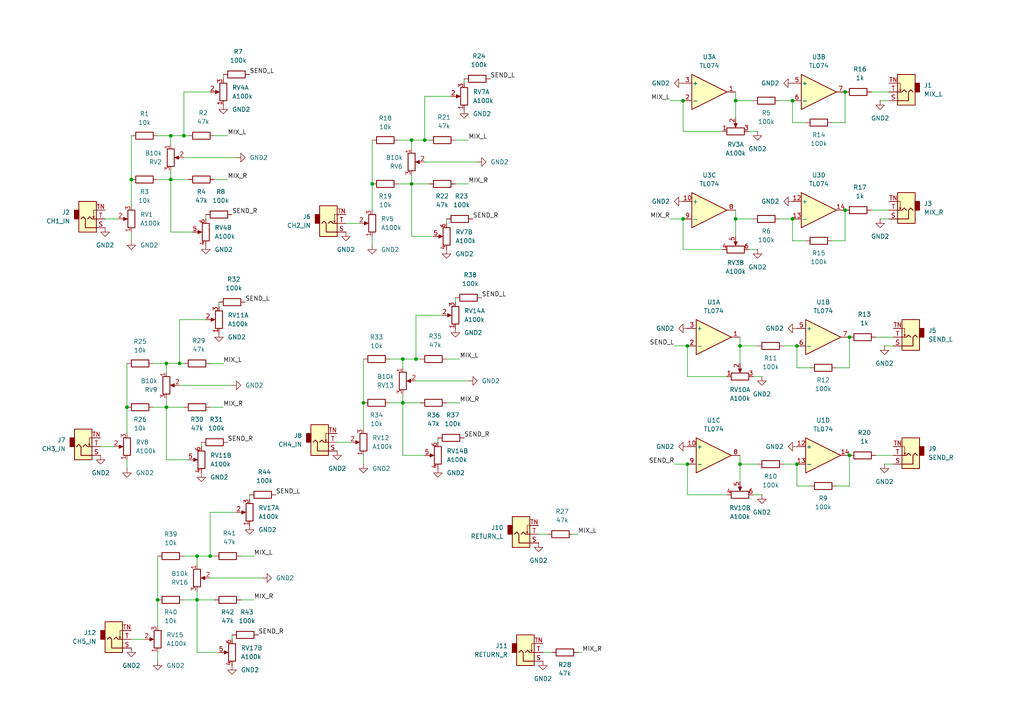
<source format=kicad_sch>
(kicad_sch (version 20231120) (generator "eeschema") (generator_version "8.0")
  (paper "A4")
  (junction (at 213.36 29.21))
  (junction (at 123.19 40.64))
  (junction (at 116.84 104.14))
  (junction (at 107.95 53.34))
  (junction (at 245.11 26.67))
  (junction (at 52.07 105.41))
  (junction (at 229.87 63.5))
  (junction (at 116.84 116.84))
  (junction (at 48.26 105.41))
  (junction (at 45.72 173.99))
  (junction (at 214.63 100.33))
  (junction (at 213.36 63.5))
  (junction (at 49.53 39.37))
  (junction (at 57.15 161.29))
  (junction (at 246.38 97.79))
  (junction (at 38.1 52.07))
  (junction (at 229.87 29.21))
  (junction (at 53.34 39.37))
  (junction (at 60.96 161.29))
  (junction (at 214.63 134.62))
  (junction (at 231.14 134.62))
  (junction (at 120.65 104.14))
  (junction (at 199.39 134.62))
  (junction (at 198.12 29.21))
  (junction (at 48.26 118.11))
  (junction (at 119.38 40.64))
  (junction (at 57.15 173.99))
  (junction (at 246.38 132.08))
  (junction (at 36.83 118.11))
  (junction (at 245.11 60.96))
  (junction (at 199.39 100.33))
  (junction (at 49.53 52.07))
  (junction (at 119.38 53.34))
  (junction (at 198.12 63.5))
  (junction (at 231.14 100.33))
  (junction (at 105.41 116.84))
  (wire (pts (xy 214.63 134.62) (xy 219.71 134.62)))
  (wire (pts (xy 119.38 40.64) (xy 123.19 40.64)))
  (wire (pts (xy 62.23 52.07) (xy 66.04 52.07)))
  (wire (pts (xy 132.08 86.36) (xy 132.08 87.63)))
  (wire (pts (xy 36.83 118.11) (xy 36.83 125.73)))
  (wire (pts (xy 45.72 161.29) (xy 45.72 173.99)))
  (wire (pts (xy 231.14 140.97) (xy 234.95 140.97)))
  (wire (pts (xy 53.34 161.29) (xy 57.15 161.29)))
  (wire (pts (xy 53.34 45.72) (xy 68.58 45.72)))
  (wire (pts (xy 113.03 104.14) (xy 116.84 104.14)))
  (wire (pts (xy 252.73 60.96) (xy 257.81 60.96)))
  (wire (pts (xy 48.26 133.35) (xy 54.61 133.35)))
  (wire (pts (xy 53.34 26.67) (xy 53.34 39.37)))
  (wire (pts (xy 38.1 39.37) (xy 38.1 52.07)))
  (wire (pts (xy 227.33 100.33) (xy 231.14 100.33)))
  (wire (pts (xy 166.37 154.94) (xy 167.64 154.94)))
  (wire (pts (xy 97.79 128.27) (xy 101.6 128.27)))
  (wire (pts (xy 49.53 52.07) (xy 54.61 52.07)))
  (wire (pts (xy 220.98 109.22) (xy 218.44 109.22)))
  (wire (pts (xy 231.14 140.97) (xy 231.14 134.62)))
  (wire (pts (xy 57.15 173.99) (xy 57.15 171.45)))
  (wire (pts (xy 116.84 132.08) (xy 123.19 132.08)))
  (wire (pts (xy 219.71 72.39) (xy 217.17 72.39)))
  (wire (pts (xy 129.54 104.14) (xy 133.35 104.14)))
  (wire (pts (xy 257.81 29.21) (xy 255.27 29.21)))
  (wire (pts (xy 157.48 189.23) (xy 160.02 189.23)))
  (wire (pts (xy 53.34 39.37) (xy 54.61 39.37)))
  (wire (pts (xy 49.53 52.07) (xy 49.53 49.53)))
  (wire (pts (xy 194.31 29.21) (xy 198.12 29.21)))
  (wire (pts (xy 115.57 40.64) (xy 119.38 40.64)))
  (wire (pts (xy 242.57 106.68) (xy 246.38 106.68)))
  (wire (pts (xy 156.21 154.94) (xy 158.75 154.94)))
  (wire (pts (xy 213.36 29.21) (xy 218.44 29.21)))
  (wire (pts (xy 241.3 69.85) (xy 245.11 69.85)))
  (wire (pts (xy 30.48 63.5) (xy 34.29 63.5)))
  (wire (pts (xy 134.62 22.86) (xy 134.62 24.13)))
  (wire (pts (xy 226.06 29.21) (xy 229.87 29.21)))
  (wire (pts (xy 36.83 105.41) (xy 36.83 118.11)))
  (wire (pts (xy 209.55 72.39) (xy 198.12 72.39)))
  (wire (pts (xy 113.03 116.84) (xy 116.84 116.84)))
  (wire (pts (xy 127 127) (xy 127 128.27)))
  (wire (pts (xy 53.34 173.99) (xy 57.15 173.99)))
  (wire (pts (xy 245.11 60.96) (xy 245.11 69.85)))
  (wire (pts (xy 231.14 106.68) (xy 234.95 106.68)))
  (wire (pts (xy 229.87 35.56) (xy 233.68 35.56)))
  (wire (pts (xy 195.58 100.33) (xy 199.39 100.33)))
  (wire (pts (xy 120.65 104.14) (xy 121.92 104.14)))
  (wire (pts (xy 57.15 189.23) (xy 63.5 189.23)))
  (wire (pts (xy 129.54 116.84) (xy 133.35 116.84)))
  (wire (pts (xy 107.95 40.64) (xy 107.95 53.34)))
  (wire (pts (xy 120.65 110.49) (xy 135.89 110.49)))
  (wire (pts (xy 119.38 53.34) (xy 119.38 68.58)))
  (wire (pts (xy 257.81 63.5) (xy 255.27 63.5)))
  (wire (pts (xy 67.31 184.15) (xy 67.31 185.42)))
  (wire (pts (xy 36.83 133.35) (xy 36.83 135.89)))
  (wire (pts (xy 69.85 173.99) (xy 73.66 173.99)))
  (wire (pts (xy 214.63 97.79) (xy 214.63 100.33)))
  (wire (pts (xy 62.23 39.37) (xy 66.04 39.37)))
  (wire (pts (xy 213.36 63.5) (xy 218.44 63.5)))
  (wire (pts (xy 52.07 105.41) (xy 53.34 105.41)))
  (wire (pts (xy 198.12 72.39) (xy 198.12 63.5)))
  (wire (pts (xy 116.84 104.14) (xy 120.65 104.14)))
  (wire (pts (xy 229.87 35.56) (xy 229.87 29.21)))
  (wire (pts (xy 259.08 134.62) (xy 256.54 134.62)))
  (wire (pts (xy 242.57 140.97) (xy 246.38 140.97)))
  (wire (pts (xy 123.19 27.94) (xy 123.19 40.64)))
  (wire (pts (xy 210.82 109.22) (xy 199.39 109.22)))
  (wire (pts (xy 59.69 62.23) (xy 59.69 63.5)))
  (wire (pts (xy 49.53 39.37) (xy 49.53 41.91)))
  (wire (pts (xy 38.1 67.31) (xy 38.1 69.85)))
  (wire (pts (xy 72.39 143.51) (xy 72.39 144.78)))
  (wire (pts (xy 52.07 111.76) (xy 67.31 111.76)))
  (wire (pts (xy 119.38 53.34) (xy 124.46 53.34)))
  (wire (pts (xy 49.53 67.31) (xy 55.88 67.31)))
  (wire (pts (xy 254 132.08) (xy 259.08 132.08)))
  (wire (pts (xy 194.31 63.5) (xy 198.12 63.5)))
  (wire (pts (xy 58.42 128.27) (xy 58.42 129.54)))
  (wire (pts (xy 45.72 173.99) (xy 45.72 181.61)))
  (wire (pts (xy 119.38 53.34) (xy 119.38 50.8)))
  (wire (pts (xy 38.1 52.07) (xy 38.1 59.69)))
  (wire (pts (xy 210.82 143.51) (xy 199.39 143.51)))
  (wire (pts (xy 130.81 27.94) (xy 123.19 27.94)))
  (wire (pts (xy 123.19 40.64) (xy 124.46 40.64)))
  (wire (pts (xy 69.85 161.29) (xy 73.66 161.29)))
  (wire (pts (xy 45.72 52.07) (xy 49.53 52.07)))
  (wire (pts (xy 199.39 143.51) (xy 199.39 134.62)))
  (wire (pts (xy 116.84 116.84) (xy 116.84 114.3)))
  (wire (pts (xy 48.26 105.41) (xy 52.07 105.41)))
  (wire (pts (xy 63.5 87.63) (xy 63.5 88.9)))
  (wire (pts (xy 60.96 161.29) (xy 62.23 161.29)))
  (wire (pts (xy 119.38 68.58) (xy 125.73 68.58)))
  (wire (pts (xy 44.45 105.41) (xy 48.26 105.41)))
  (wire (pts (xy 60.96 167.64) (xy 76.2 167.64)))
  (wire (pts (xy 105.41 116.84) (xy 105.41 124.46)))
  (wire (pts (xy 45.72 189.23) (xy 45.72 191.77)))
  (wire (pts (xy 44.45 118.11) (xy 48.26 118.11)))
  (wire (pts (xy 57.15 173.99) (xy 57.15 189.23)))
  (wire (pts (xy 231.14 106.68) (xy 231.14 100.33)))
  (wire (pts (xy 116.84 116.84) (xy 121.92 116.84)))
  (wire (pts (xy 60.96 105.41) (xy 64.77 105.41)))
  (wire (pts (xy 227.33 134.62) (xy 231.14 134.62)))
  (wire (pts (xy 48.26 118.11) (xy 53.34 118.11)))
  (wire (pts (xy 219.71 38.1) (xy 217.17 38.1)))
  (wire (pts (xy 48.26 118.11) (xy 48.26 133.35)))
  (wire (pts (xy 116.84 104.14) (xy 116.84 106.68)))
  (wire (pts (xy 57.15 173.99) (xy 62.23 173.99)))
  (wire (pts (xy 246.38 132.08) (xy 246.38 140.97)))
  (wire (pts (xy 129.54 63.5) (xy 129.54 64.77)))
  (wire (pts (xy 123.19 46.99) (xy 138.43 46.99)))
  (wire (pts (xy 198.12 38.1) (xy 198.12 29.21)))
  (wire (pts (xy 64.77 21.59) (xy 64.77 22.86)))
  (wire (pts (xy 132.08 40.64) (xy 135.89 40.64)))
  (wire (pts (xy 199.39 109.22) (xy 199.39 100.33)))
  (wire (pts (xy 45.72 39.37) (xy 49.53 39.37)))
  (wire (pts (xy 214.63 132.08) (xy 214.63 134.62)))
  (wire (pts (xy 128.27 91.44) (xy 120.65 91.44)))
  (wire (pts (xy 49.53 39.37) (xy 53.34 39.37)))
  (wire (pts (xy 107.95 68.58) (xy 107.95 71.12)))
  (wire (pts (xy 195.58 134.62) (xy 199.39 134.62)))
  (wire (pts (xy 49.53 52.07) (xy 49.53 67.31)))
  (wire (pts (xy 246.38 97.79) (xy 246.38 106.68)))
  (wire (pts (xy 52.07 92.71) (xy 52.07 105.41)))
  (wire (pts (xy 48.26 118.11) (xy 48.26 115.57)))
  (wire (pts (xy 241.3 35.56) (xy 245.11 35.56)))
  (wire (pts (xy 245.11 26.67) (xy 245.11 35.56)))
  (wire (pts (xy 213.36 26.67) (xy 213.36 29.21)))
  (wire (pts (xy 214.63 100.33) (xy 219.71 100.33)))
  (wire (pts (xy 68.58 148.59) (xy 60.96 148.59)))
  (wire (pts (xy 57.15 161.29) (xy 60.96 161.29)))
  (wire (pts (xy 105.41 104.14) (xy 105.41 116.84)))
  (wire (pts (xy 213.36 29.21) (xy 213.36 34.29)))
  (wire (pts (xy 167.64 189.23) (xy 168.91 189.23)))
  (wire (pts (xy 220.98 143.51) (xy 218.44 143.51)))
  (wire (pts (xy 132.08 53.34) (xy 135.89 53.34)))
  (wire (pts (xy 107.95 53.34) (xy 107.95 60.96)))
  (wire (pts (xy 29.21 129.54) (xy 33.02 129.54)))
  (wire (pts (xy 115.57 53.34) (xy 119.38 53.34)))
  (wire (pts (xy 254 97.79) (xy 259.08 97.79)))
  (wire (pts (xy 259.08 100.33) (xy 256.54 100.33)))
  (wire (pts (xy 229.87 69.85) (xy 229.87 63.5)))
  (wire (pts (xy 105.41 132.08) (xy 105.41 134.62)))
  (wire (pts (xy 214.63 100.33) (xy 214.63 105.41)))
  (wire (pts (xy 213.36 60.96) (xy 213.36 63.5)))
  (wire (pts (xy 229.87 69.85) (xy 233.68 69.85)))
  (wire (pts (xy 60.96 118.11) (xy 64.77 118.11)))
  (wire (pts (xy 119.38 40.64) (xy 119.38 43.18)))
  (wire (pts (xy 100.33 64.77) (xy 104.14 64.77)))
  (wire (pts (xy 59.69 92.71) (xy 52.07 92.71)))
  (wire (pts (xy 226.06 63.5) (xy 229.87 63.5)))
  (wire (pts (xy 60.96 148.59) (xy 60.96 161.29)))
  (wire (pts (xy 120.65 91.44) (xy 120.65 104.14)))
  (wire (pts (xy 116.84 116.84) (xy 116.84 132.08)))
  (wire (pts (xy 38.1 185.42) (xy 41.91 185.42)))
  (wire (pts (xy 209.55 38.1) (xy 198.12 38.1)))
  (wire (pts (xy 57.15 161.29) (xy 57.15 163.83)))
  (wire (pts (xy 48.26 105.41) (xy 48.26 107.95)))
  (wire (pts (xy 214.63 134.62) (xy 214.63 139.7)))
  (wire (pts (xy 213.36 63.5) (xy 213.36 68.58)))
  (wire (pts (xy 60.96 26.67) (xy 53.34 26.67)))
  (wire (pts (xy 252.73 26.67) (xy 257.81 26.67)))
  (label "MIX_L" (at 167.64 154.94 0))
  (label "SEND_R" (at 66.04 128.27 0))
  (label "MIX_R" (at 133.35 116.84 0))
  (label "SEND_R" (at 74.93 184.15 0))
  (label "MIX_R" (at 73.66 173.99 0))
  (label "SEND_R" (at 137.16 63.5 0))
  (label "MIX_R" (at 194.31 63.5 180))
  (label "MIX_L" (at 66.04 39.37 0))
  (label "SEND_R" (at 67.31 62.23 0))
  (label "MIX_L" (at 73.66 161.29 0))
  (label "MIX_L" (at 64.77 105.41 0))
  (label "SEND_R" (at 195.58 134.62 180))
  (label "MIX_R" (at 168.91 189.23 0))
  (label "MIX_R" (at 135.89 53.34 0))
  (label "MIX_L" (at 135.89 40.64 0))
  (label "SEND_L" (at 195.58 100.33 180))
  (label "SEND_L" (at 80.01 143.51 0))
  (label "MIX_R" (at 66.04 52.07 0))
  (label "SEND_L" (at 71.12 87.63 0))
  (label "SEND_L" (at 72.39 21.59 0))
  (label "SEND_L" (at 142.24 22.86 0))
  (label "SEND_L" (at 139.7 86.36 0))
  (label "SEND_R" (at 134.62 127 0))
  (label "MIX_R" (at 64.77 118.11 0))
  (label "MIX_L" (at 194.31 29.21 180))
  (label "MIX_L" (at 133.35 104.14 0))
  (symbol (lib_id "Device:R") (at 58.42 52.07 270) (unit 1)
    (property "Reference" "R4" (at 58.42 55.626 90))
    (property "Value" "47k" (at 58.42 58.166 90))
    (property "Footprint" "Resistor_SMD:R_0603_1608Metric_Pad0.98x0.95mm_HandSolder" (effects (hide yes)))
    (property "Description" "Resistor" (effects (hide yes)))
  )
  (symbol (lib_id "power:GND2") (at 105.41 134.62 0) (unit 1)
    (property "Reference" "#PWR048" (effects (hide yes)))
    (property "Value" "GND2" (at 107.95 135.8899 0) (effects (justify left)))
    (property "Description" "Power symbol creates a global label with name \"GND2\" , ground" (effects (hide yes)))
  )
  (symbol (lib_id "power:GND2") (at 220.98 109.22 0) (unit 1)
    (property "Reference" "#PWR015" (effects (hide yes)))
    (property "Value" "GND2" (at 220.98 114.3 0))
    (property "Description" "Power symbol creates a global label with name \"GND2\" , ground" (effects (hide yes)))
  )
  (symbol (lib_id "Device:R") (at 128.27 40.64 270) (unit 1)
    (property "Reference" "R21" (at 128.778 34.036 90))
    (property "Value" "47k" (at 128.778 36.576 90))
    (property "Footprint" "Resistor_SMD:R_0603_1608Metric_Pad0.98x0.95mm_HandSolder" (effects (hide yes)))
    (property "Description" "Resistor" (effects (hide yes)))
  )
  (symbol (lib_id "Device:R_Potentiometer_Dual_Separate") (at 127 132.08 180) (unit 2)
    (property "Reference" "RV14" (at 129.54 130.8099 0) (effects (justify right)))
    (property "Value" "A100k" (at 129.54 133.3499 0) (effects (justify right)))
    (property "Footprint" "Potentiometer_THT:Potentiometer_Alpha_RD902F-40-00D_Dual_Vertical" (effects (hide yes)))
    (property "Description" "Dual potentiometer, separate units" (effects (hide yes)))
  )
  (symbol (lib_id "Device:R") (at 138.43 22.86 270) (unit 1)
    (property "Reference" "R24" (at 138.938 16.256 90))
    (property "Value" "100k" (at 138.938 18.796 90))
    (property "Footprint" "Resistor_SMD:R_0603_1608Metric_Pad0.98x0.95mm_HandSolder" (effects (hide yes)))
    (property "Description" "Resistor" (effects (hide yes)))
  )
  (symbol (lib_id "power:GND2") (at 68.58 45.72 90) (unit 1)
    (property "Reference" "#PWR04" (effects (hide yes)))
    (property "Value" "GND2" (at 72.39 45.7199 90) (effects (justify right)))
    (property "Description" "Power symbol creates a global label with name \"GND2\" , ground" (effects (hide yes)))
  )
  (symbol (lib_id "power:GND2") (at 58.42 137.16 0) (unit 1)
    (property "Reference" "#PWR044" (effects (hide yes)))
    (property "Value" "GND2" (at 60.96 138.4299 0) (effects (justify left)))
    (property "Description" "Power symbol creates a global label with name \"GND2\" , ground" (effects (hide yes)))
  )
  (symbol (lib_id "Device:R_Potentiometer_Dual_Separate") (at 63.5 92.71 180) (unit 1)
    (property "Reference" "RV11" (at 66.04 91.4399 0) (effects (justify right)))
    (property "Value" "A100k" (at 66.04 93.9799 0) (effects (justify right)))
    (property "Footprint" "Potentiometer_THT:Potentiometer_Alpha_RD902F-40-00D_Dual_Vertical" (effects (hide yes)))
    (property "Description" "Dual potentiometer, separate units" (effects (hide yes)))
  )
  (symbol (lib_id "power:GND2") (at 255.27 29.21 0) (unit 1)
    (property "Reference" "#PWR022" (effects (hide yes)))
    (property "Value" "GND2" (at 255.27 34.29 0))
    (property "Description" "Power symbol creates a global label with name \"GND2\" , ground" (effects (hide yes)))
  )
  (symbol (lib_id "KitsBlips:TL074") (at 238.76 97.79 0) (unit 2)
    (property "Reference" "U1" (at 238.76 87.63 0))
    (property "Value" "TL074" (at 238.76 90.17 0))
    (property "Footprint" "Package_SO:SSOP-14_5.3x6.2mm_P0.65mm" (effects (hide yes)))
    (property "Datasheet" "http://www.ti.com/lit/ds/symlink/tl071.pdf" (effects (hide yes)))
    (property "Description" "Quad Low-Noise JFET-Input Operational Amplifiers, DIP-14/SOIC-14" (effects (hide yes)))
  )
  (symbol (lib_id "Device:R") (at 41.91 39.37 270) (unit 1)
    (property "Reference" "R1" (at 41.91 33.02 90))
    (property "Value" "10k" (at 41.91 35.56 90))
    (property "Footprint" "Resistor_SMD:R_0603_1608Metric_Pad0.98x0.95mm_HandSolder" (effects (hide yes)))
    (property "Description" "Resistor" (effects (hide yes)))
  )
  (symbol (lib_id "Device:R_Potentiometer_Dual_Separate") (at 213.36 38.1 90) (unit 1)
    (property "Reference" "RV3" (at 213.36 41.91 90))
    (property "Value" "A100k" (at 213.36 44.45 90))
    (property "Footprint" "Potentiometer_THT:Potentiometer_Alpha_RD902F-40-00D_Dual_Vertical" (effects (hide yes)))
    (property "Description" "Dual potentiometer, separate units" (effects (hide yes)))
  )
  (symbol (lib_id "KitsBlips:TL074") (at 238.76 132.08 0) (unit 4)
    (property "Reference" "U1" (at 238.76 121.92 0))
    (property "Value" "TL074" (at 238.76 124.46 0))
    (property "Footprint" "Package_SO:SSOP-14_5.3x6.2mm_P0.65mm" (effects (hide yes)))
    (property "Datasheet" "http://www.ti.com/lit/ds/symlink/tl071.pdf" (effects (hide yes)))
    (property "Description" "Quad Low-Noise JFET-Input Operational Amplifiers, DIP-14/SOIC-14" (effects (hide yes)))
  )
  (symbol (lib_id "power:GND2") (at 76.2 167.64 90) (unit 1)
    (property "Reference" "#PWR059" (effects (hide yes)))
    (property "Value" "GND2" (at 80.01 167.6399 90) (effects (justify right)))
    (property "Description" "Power symbol creates a global label with name \"GND2\" , ground" (effects (hide yes)))
  )
  (symbol (lib_id "Device:R") (at 66.04 161.29 270) (unit 1)
    (property "Reference" "R41" (at 66.548 154.686 90))
    (property "Value" "47k" (at 66.548 157.226 90))
    (property "Footprint" "Resistor_SMD:R_0603_1608Metric_Pad0.98x0.95mm_HandSolder" (effects (hide yes)))
    (property "Description" "Resistor" (effects (hide yes)))
  )
  (symbol (lib_id "Device:R") (at 40.64 118.11 270) (unit 1)
    (property "Reference" "R26" (at 40.64 121.666 90))
    (property "Value" "10k" (at 40.64 124.206 90))
    (property "Footprint" "Resistor_SMD:R_0603_1608Metric_Pad0.98x0.95mm_HandSolder" (effects (hide yes)))
    (property "Description" "Resistor" (effects (hide yes)))
  )
  (symbol (lib_id "Device:R") (at 250.19 132.08 270) (unit 1)
    (property "Reference" "R20" (at 250.698 125.476 90))
    (property "Value" "1k" (at 250.698 128.016 90))
    (property "Footprint" "Resistor_SMD:R_0603_1608Metric_Pad0.98x0.95mm_HandSolder" (effects (hide yes)))
    (property "Description" "Resistor" (effects (hide yes)))
  )
  (symbol (lib_id "power:GND2") (at 219.71 38.1 0) (unit 1)
    (property "Reference" "#PWR011" (effects (hide yes)))
    (property "Value" "GND2" (at 219.71 43.18 0))
    (property "Description" "Power symbol creates a global label with name \"GND2\" , ground" (effects (hide yes)))
  )
  (symbol (lib_id "Device:R") (at 237.49 69.85 270) (unit 1)
    (property "Reference" "R15" (at 237.49 73.406 90))
    (property "Value" "100k" (at 237.49 75.946 90))
    (property "Footprint" "Resistor_SMD:R_0603_1608Metric_Pad0.98x0.95mm_HandSolder" (effects (hide yes)))
    (property "Description" "Resistor" (effects (hide yes)))
  )
  (symbol (lib_id "power:GND2") (at 67.31 111.76 90) (unit 1)
    (property "Reference" "#PWR046" (effects (hide yes)))
    (property "Value" "GND2" (at 71.12 111.7599 90) (effects (justify right)))
    (property "Description" "Power symbol creates a global label with name \"GND2\" , ground" (effects (hide yes)))
  )
  (symbol (lib_id "power:GND2") (at 199.39 95.25 270) (unit 1)
    (property "Reference" "#PWR014" (effects (hide yes)))
    (property "Value" "GND2" (at 195.58 95.2499 90) (effects (justify right)))
    (property "Description" "Power symbol creates a global label with name \"GND2\" , ground" (effects (hide yes)))
  )
  (symbol (lib_id "KitsBlips:TL074") (at 237.49 60.96 0) (unit 4)
    (property "Reference" "U3" (at 237.49 50.8 0))
    (property "Value" "TL074" (at 237.49 53.34 0))
    (property "Footprint" "Package_SO:SSOP-14_5.3x6.2mm_P0.65mm" (effects (hide yes)))
    (property "Datasheet" "http://www.ti.com/lit/ds/symlink/tl071.pdf" (effects (hide yes)))
    (property "Description" "Quad Low-Noise JFET-Input Operational Amplifiers, DIP-14/SOIC-14" (effects (hide yes)))
  )
  (symbol (lib_id "Device:R_Potentiometer") (at 45.72 185.42 180) (unit 1)
    (property "Reference" "RV15" (at 48.26 184.1499 0) (effects (justify right)))
    (property "Value" "A100k" (at 48.26 186.6899 0) (effects (justify right)))
    (property "Footprint" "Potentiometer_THT:Potentiometer_Alpha_RD901F-40-00D_Single_Vertical" (effects (hide yes)))
    (property "Description" "Potentiometer" (effects (hide yes)))
  )
  (symbol (lib_id "Device:R") (at 67.31 87.63 270) (unit 1)
    (property "Reference" "R32" (at 67.818 81.026 90))
    (property "Value" "100k" (at 67.818 83.566 90))
    (property "Footprint" "Resistor_SMD:R_0603_1608Metric_Pad0.98x0.95mm_HandSolder" (effects (hide yes)))
    (property "Description" "Resistor" (effects (hide yes)))
  )
  (symbol (lib_id "Device:R_Potentiometer_Dual_Separate") (at 72.39 148.59 180) (unit 1)
    (property "Reference" "RV17" (at 74.93 147.3199 0) (effects (justify right)))
    (property "Value" "A100k" (at 74.93 149.8599 0) (effects (justify right)))
    (property "Footprint" "Potentiometer_THT:Potentiometer_Alpha_RD902F-40-00D_Dual_Vertical" (effects (hide yes)))
    (property "Description" "Dual potentiometer, separate units" (effects (hide yes)))
  )
  (symbol (lib_id "power:GND2") (at 256.54 100.33 0) (unit 1)
    (property "Reference" "#PWR017" (effects (hide yes)))
    (property "Value" "GND2" (at 256.54 105.41 0))
    (property "Description" "Power symbol creates a global label with name \"GND2\" , ground" (effects (hide yes)))
  )
  (symbol (lib_id "Device:R_Potentiometer_Dual_Separate") (at 58.42 133.35 180) (unit 2)
    (property "Reference" "RV11" (at 60.96 132.0799 0) (effects (justify right)))
    (property "Value" "A100k" (at 60.96 134.6199 0) (effects (justify right)))
    (property "Footprint" "Potentiometer_THT:Potentiometer_Alpha_RD902F-40-00D_Dual_Vertical" (effects (hide yes)))
    (property "Description" "Dual potentiometer, separate units" (effects (hide yes)))
  )
  (symbol (lib_id "Device:R") (at 109.22 116.84 270) (unit 1)
    (property "Reference" "R34" (at 109.22 120.396 90))
    (property "Value" "10k" (at 109.22 122.936 90))
    (property "Footprint" "Resistor_SMD:R_0603_1608Metric_Pad0.98x0.95mm_HandSolder" (effects (hide yes)))
    (property "Description" "Resistor" (effects (hide yes)))
  )
  (symbol (lib_id "Device:R_Potentiometer_Dual_Separate") (at 132.08 91.44 180) (unit 1)
    (property "Reference" "RV14" (at 134.62 90.1699 0) (effects (justify right)))
    (property "Value" "A100k" (at 134.62 92.7099 0) (effects (justify right)))
    (property "Footprint" "Potentiometer_THT:Potentiometer_Alpha_RD902F-40-00D_Dual_Vertical" (effects (hide yes)))
    (property "Description" "Dual potentiometer, separate units" (effects (hide yes)))
  )
  (symbol (lib_id "Device:R") (at 223.52 100.33 270) (unit 1)
    (property "Reference" "R11" (at 223.52 103.886 90))
    (property "Value" "100k" (at 223.52 106.426 90))
    (property "Footprint" "Resistor_SMD:R_0603_1608Metric_Pad0.98x0.95mm_HandSolder" (effects (hide yes)))
    (property "Description" "Resistor" (effects (hide yes)))
  )
  (symbol (lib_id "Device:R_Potentiometer_Dual_Separate") (at 129.54 68.58 180) (unit 2)
    (property "Reference" "RV7" (at 132.08 67.3099 0) (effects (justify right)))
    (property "Value" "A100k" (at 132.08 69.8499 0) (effects (justify right)))
    (property "Footprint" "Potentiometer_THT:Potentiometer_Alpha_RD902F-40-00D_Dual_Vertical" (effects (hide yes)))
    (property "Description" "Dual potentiometer, separate units" (effects (hide yes)))
  )
  (symbol (lib_id "power:GND2") (at 231.14 129.54 270) (unit 1)
    (property "Reference" "#PWR013" (effects (hide yes)))
    (property "Value" "GND2" (at 227.33 129.5399 90) (effects (justify right)))
    (property "Description" "Power symbol creates a global label with name \"GND2\" , ground" (effects (hide yes)))
  )
  (symbol (lib_id "Device:R") (at 57.15 105.41 270) (unit 1)
    (property "Reference" "R29" (at 57.658 98.806 90))
    (property "Value" "47k" (at 57.658 101.346 90))
    (property "Footprint" "Resistor_SMD:R_0603_1608Metric_Pad0.98x0.95mm_HandSolder" (effects (hide yes)))
    (property "Description" "Resistor" (effects (hide yes)))
  )
  (symbol (lib_id "power:GND2") (at 198.12 24.13 270) (unit 1)
    (property "Reference" "#PWR05" (effects (hide yes)))
    (property "Value" "GND2" (at 194.31 24.1299 90) (effects (justify right)))
    (property "Description" "Power symbol creates a global label with name \"GND2\" , ground" (effects (hide yes)))
  )
  (symbol (lib_id "Device:R_Potentiometer_Dual_Separate") (at 214.63 109.22 90) (unit 1)
    (property "Reference" "RV10" (at 214.63 113.03 90))
    (property "Value" "A100k" (at 214.63 115.57 90))
    (property "Footprint" "Potentiometer_THT:Potentiometer_Alpha_RD902F-40-00D_Dual_Vertical" (effects (hide yes)))
    (property "Description" "Dual potentiometer, separate units" (effects (hide yes)))
  )
  (symbol (lib_id "power:GND2") (at 135.89 110.49 90) (unit 1)
    (property "Reference" "#PWR053" (effects (hide yes)))
    (property "Value" "GND2" (at 139.7 110.4899 90) (effects (justify right)))
    (property "Description" "Power symbol creates a global label with name \"GND2\" , ground" (effects (hide yes)))
  )
  (symbol (lib_id "Device:R_Potentiometer") (at 107.95 64.77 180) (unit 1)
    (property "Reference" "RV5" (at 110.49 63.4999 0) (effects (justify right)))
    (property "Value" "A100k" (at 110.49 66.0399 0) (effects (justify right)))
    (property "Footprint" "Potentiometer_THT:Potentiometer_Alpha_RD901F-40-00D_Single_Vertical" (effects (hide yes)))
    (property "Description" "Potentiometer" (effects (hide yes)))
  )
  (symbol (lib_id "Device:R") (at 76.2 143.51 270) (unit 1)
    (property "Reference" "R44" (at 76.708 136.906 90))
    (property "Value" "100k" (at 76.708 139.446 90))
    (property "Footprint" "Resistor_SMD:R_0603_1608Metric_Pad0.98x0.95mm_HandSolder" (effects (hide yes)))
    (property "Description" "Resistor" (effects (hide yes)))
  )
  (symbol (lib_id "Device:R") (at 163.83 189.23 270) (unit 1)
    (property "Reference" "R28" (at 163.83 192.786 90))
    (property "Value" "47k" (at 163.83 195.326 90))
    (property "Footprint" "Resistor_SMD:R_0603_1608Metric_Pad0.98x0.95mm_HandSolder" (effects (hide yes)))
    (property "Description" "Resistor" (effects (hide yes)))
  )
  (symbol (lib_id "Device:R") (at 250.19 97.79 270) (unit 1)
    (property "Reference" "R13" (at 250.698 91.186 90))
    (property "Value" "1k" (at 250.698 93.726 90))
    (property "Footprint" "Resistor_SMD:R_0603_1608Metric_Pad0.98x0.95mm_HandSolder" (effects (hide yes)))
    (property "Description" "Resistor" (effects (hide yes)))
  )
  (symbol (lib_id "power:GND2") (at 255.27 63.5 0) (unit 1)
    (property "Reference" "#PWR028" (effects (hide yes)))
    (property "Value" "GND2" (at 255.27 68.58 0))
    (property "Description" "Power symbol creates a global label with name \"GND2\" , ground" (effects (hide yes)))
  )
  (symbol (lib_id "Device:R_Potentiometer") (at 36.83 129.54 180) (unit 1)
    (property "Reference" "RV8" (at 39.37 128.2699 0) (effects (justify right)))
    (property "Value" "A100k" (at 39.37 130.8099 0) (effects (justify right)))
    (property "Footprint" "Potentiometer_THT:Potentiometer_Alpha_RD901F-40-00D_Single_Vertical" (effects (hide yes)))
    (property "Description" "Potentiometer" (effects (hide yes)))
  )
  (symbol (lib_id "Connector_Audio:AudioJack2_SwitchT") (at 152.4 189.23 0) (mirror x) (unit 1)
    (property "Reference" "J11" (at 147.32 187.3249 0) (effects (justify right)))
    (property "Value" "RETURN_R" (at 147.32 189.8649 0) (effects (justify right)))
    (property "Footprint" "Connector_Audio:Jack_3.5mm_QingPu_WQP-PJ398SM_Vertical_CircularHoles" (effects (hide yes)))
    (property "Description" "Audio Jack, 2 Poles (Mono / TS), Switched T Pole (Normalling)" (effects (hide yes)))
  )
  (symbol (lib_id "Device:R") (at 238.76 106.68 270) (unit 1)
    (property "Reference" "R12" (at 238.76 110.236 90))
    (property "Value" "100k" (at 238.76 112.776 90))
    (property "Footprint" "Resistor_SMD:R_0603_1608Metric_Pad0.98x0.95mm_HandSolder" (effects (hide yes)))
    (property "Description" "Resistor" (effects (hide yes)))
  )
  (symbol (lib_id "power:GND2") (at 59.69 71.12 0) (unit 1)
    (property "Reference" "#PWR09" (effects (hide yes)))
    (property "Value" "GND2" (at 62.23 72.3899 0) (effects (justify left)))
    (property "Description" "Power symbol creates a global label with name \"GND2\" , ground" (effects (hide yes)))
  )
  (symbol (lib_id "power:GND2") (at 64.77 30.48 0) (unit 1)
    (property "Reference" "#PWR010" (effects (hide yes)))
    (property "Value" "GND2" (at 67.31 31.7499 0) (effects (justify left)))
    (property "Description" "Power symbol creates a global label with name \"GND2\" , ground" (effects (hide yes)))
  )
  (symbol (lib_id "KitsBlips:TL074") (at 207.01 132.08 0) (unit 3)
    (property "Reference" "U1" (at 207.01 121.92 0))
    (property "Value" "TL074" (at 207.01 124.46 0))
    (property "Footprint" "Package_SO:SSOP-14_5.3x6.2mm_P0.65mm" (effects (hide yes)))
    (property "Datasheet" "http://www.ti.com/lit/ds/symlink/tl071.pdf" (effects (hide yes)))
    (property "Description" "Quad Low-Noise JFET-Input Operational Amplifiers, DIP-14/SOIC-14" (effects (hide yes)))
  )
  (symbol (lib_id "power:GND2") (at 67.31 193.04 0) (unit 1)
    (property "Reference" "#PWR057" (effects (hide yes)))
    (property "Value" "GND2" (at 69.85 194.3099 0) (effects (justify left)))
    (property "Description" "Power symbol creates a global label with name \"GND2\" , ground" (effects (hide yes)))
  )
  (symbol (lib_id "power:GND2") (at 107.95 71.12 0) (unit 1)
    (property "Reference" "#PWR038" (effects (hide yes)))
    (property "Value" "GND2" (at 110.49 72.3899 0) (effects (justify left)))
    (property "Description" "Power symbol creates a global label with name \"GND2\" , ground" (effects (hide yes)))
  )
  (symbol (lib_id "Device:R_Potentiometer") (at 57.15 167.64 0) (unit 1)
    (property "Reference" "RV16" (at 54.61 168.9101 0) (effects (justify right)))
    (property "Value" "B10k" (at 54.61 166.3701 0) (effects (justify right)))
    (property "Footprint" "Potentiometer_THT:Potentiometer_Alpha_RD901F-40-00D_Single_Vertical" (effects (hide yes)))
    (property "Description" "Potentiometer" (effects (hide yes)))
  )
  (symbol (lib_id "KitsBlips:TL074") (at 207.01 97.79 0) (unit 1)
    (property "Reference" "U1" (at 207.01 87.63 0))
    (property "Value" "TL074" (at 207.01 90.17 0))
    (property "Footprint" "Package_SO:SSOP-14_5.3x6.2mm_P0.65mm" (effects (hide yes)))
    (property "Datasheet" "http://www.ti.com/lit/ds/symlink/tl071.pdf" (effects (hide yes)))
    (property "Description" "Quad Low-Noise JFET-Input Operational Amplifiers, DIP-14/SOIC-14" (effects (hide yes)))
  )
  (symbol (lib_id "Device:R") (at 248.92 60.96 270) (unit 1)
    (property "Reference" "R17" (at 249.428 54.356 90))
    (property "Value" "1k" (at 249.428 56.896 90))
    (property "Footprint" "Resistor_SMD:R_0603_1608Metric_Pad0.98x0.95mm_HandSolder" (effects (hide yes)))
    (property "Description" "Resistor" (effects (hide yes)))
  )
  (symbol (lib_id "Device:R_Potentiometer_Dual_Separate") (at 67.31 189.23 180) (unit 2)
    (property "Reference" "RV17" (at 69.85 187.9599 0) (effects (justify right)))
    (property "Value" "A100k" (at 69.85 190.4999 0) (effects (justify right)))
    (property "Footprint" "Potentiometer_THT:Potentiometer_Alpha_RD902F-40-00D_Dual_Vertical" (effects (hide yes)))
    (property "Description" "Dual potentiometer, separate units" (effects (hide yes)))
  )
  (symbol (lib_id "Device:R") (at 248.92 26.67 270) (unit 1)
    (property "Reference" "R16" (at 249.428 20.066 90))
    (property "Value" "1k" (at 249.428 22.606 90))
    (property "Footprint" "Resistor_SMD:R_0603_1608Metric_Pad0.98x0.95mm_HandSolder" (effects (hide yes)))
    (property "Description" "Resistor" (effects (hide yes)))
  )
  (symbol (lib_id "Connector_Audio:AudioJack2_SwitchT") (at 264.16 132.08 180) (unit 1)
    (property "Reference" "J9" (at 269.24 130.1749 0) (effects (justify right)))
    (property "Value" "SEND_R" (at 269.24 132.7149 0) (effects (justify right)))
    (property "Footprint" "Connector_Audio:Jack_3.5mm_QingPu_WQP-PJ398SM_Vertical_CircularHoles" (effects (hide yes)))
    (property "Description" "Audio Jack, 2 Poles (Mono / TS), Switched T Pole (Normalling)" (effects (hide yes)))
  )
  (symbol (lib_id "power:GND2") (at 134.62 31.75 0) (unit 1)
    (property "Reference" "#PWR040" (effects (hide yes)))
    (property "Value" "GND2" (at 137.16 33.0199 0) (effects (justify left)))
    (property "Description" "Power symbol creates a global label with name \"GND2\" , ground" (effects (hide yes)))
  )
  (symbol (lib_id "Connector_Audio:AudioJack2_SwitchT") (at 262.89 60.96 180) (unit 1)
    (property "Reference" "J3" (at 267.97 59.0549 0) (effects (justify right)))
    (property "Value" "MIX_R" (at 267.97 61.5949 0) (effects (justify right)))
    (property "Footprint" "Connector_Audio:Jack_3.5mm_QingPu_WQP-PJ398SM_Vertical_CircularHoles" (effects (hide yes)))
    (property "Description" "Audio Jack, 2 Poles (Mono / TS), Switched T Pole (Normalling)" (effects (hide yes)))
  )
  (symbol (lib_id "Device:R") (at 66.04 173.99 270) (unit 1)
    (property "Reference" "R42" (at 66.04 177.546 90))
    (property "Value" "47k" (at 66.04 180.086 90))
    (property "Footprint" "Resistor_SMD:R_0603_1608Metric_Pad0.98x0.95mm_HandSolder" (effects (hide yes)))
    (property "Description" "Resistor" (effects (hide yes)))
  )
  (symbol (lib_id "power:GND2") (at 30.48 66.04 0) (unit 1)
    (property "Reference" "#PWR08" (effects (hide yes)))
    (property "Value" "GND2" (at 30.48 71.12 0))
    (property "Description" "Power symbol creates a global label with name \"GND2\" , ground" (effects (hide yes)))
  )
  (symbol (lib_id "Connector_Audio:AudioJack2_SwitchT") (at 33.02 185.42 0) (mirror x) (unit 1)
    (property "Reference" "J12" (at 27.94 183.5149 0) (effects (justify right)))
    (property "Value" "CH5_IN" (at 27.94 186.0549 0) (effects (justify right)))
    (property "Footprint" "Connector_Audio:Jack_3.5mm_QingPu_WQP-PJ398SM_Vertical_CircularHoles" (effects (hide yes)))
    (property "Description" "Audio Jack, 2 Poles (Mono / TS), Switched T Pole (Normalling)" (effects (hide yes)))
  )
  (symbol (lib_id "Device:R") (at 49.53 173.99 270) (unit 1)
    (property "Reference" "R40" (at 49.53 177.546 90))
    (property "Value" "10k" (at 49.53 180.086 90))
    (property "Footprint" "Resistor_SMD:R_0603_1608Metric_Pad0.98x0.95mm_HandSolder" (effects (hide yes)))
    (property "Description" "Resistor" (effects (hide yes)))
  )
  (symbol (lib_id "power:GND2") (at 199.39 129.54 270) (unit 1)
    (property "Reference" "#PWR021" (effects (hide yes)))
    (property "Value" "GND2" (at 195.58 129.5399 90) (effects (justify right)))
    (property "Description" "Power symbol creates a global label with name \"GND2\" , ground" (effects (hide yes)))
  )
  (symbol (lib_id "Device:R") (at 130.81 127 270) (unit 1)
    (property "Reference" "R37" (at 131.318 120.396 90))
    (property "Value" "100k" (at 131.318 122.936 90))
    (property "Footprint" "Resistor_SMD:R_0603_1608Metric_Pad0.98x0.95mm_HandSolder" (effects (hide yes)))
    (property "Description" "Resistor" (effects (hide yes)))
  )
  (symbol (lib_id "Device:R_Potentiometer") (at 116.84 110.49 0) (unit 1)
    (property "Reference" "RV13" (at 114.3 111.7601 0) (effects (justify right)))
    (property "Value" "B10k" (at 114.3 109.2201 0) (effects (justify right)))
    (property "Footprint" "Potentiometer_THT:Potentiometer_Alpha_RD901F-40-00D_Single_Vertical" (effects (hide yes)))
    (property "Description" "Potentiometer" (effects (hide yes)))
  )
  (symbol (lib_id "Device:R") (at 238.76 140.97 270) (unit 1)
    (property "Reference" "R9" (at 238.76 144.526 90))
    (property "Value" "100k" (at 238.76 147.066 90))
    (property "Footprint" "Resistor_SMD:R_0603_1608Metric_Pad0.98x0.95mm_HandSolder" (effects (hide yes)))
    (property "Description" "Resistor" (effects (hide yes)))
  )
  (symbol (lib_id "power:GND2") (at 198.12 58.42 270) (unit 1)
    (property "Reference" "#PWR07" (effects (hide yes)))
    (property "Value" "GND2" (at 194.31 58.4199 90) (effects (justify right)))
    (property "Description" "Power symbol creates a global label with name \"GND2\" , ground" (effects (hide yes)))
  )
  (symbol (lib_id "Device:R") (at 135.89 86.36 270) (unit 1)
    (property "Reference" "R38" (at 136.398 79.756 90))
    (property "Value" "100k" (at 136.398 82.296 90))
    (property "Footprint" "Resistor_SMD:R_0603_1608Metric_Pad0.98x0.95mm_HandSolder" (effects (hide yes)))
    (property "Description" "Resistor" (effects (hide yes)))
  )
  (symbol (lib_id "Device:R") (at 57.15 118.11 270) (unit 1)
    (property "Reference" "R30" (at 57.15 121.666 90))
    (property "Value" "47k" (at 57.15 124.206 90))
    (property "Footprint" "Resistor_SMD:R_0603_1608Metric_Pad0.98x0.95mm_HandSolder" (effects (hide yes)))
    (property "Description" "Resistor" (effects (hide yes)))
  )
  (symbol (lib_id "Connector_Audio:AudioJack2_SwitchT") (at 264.16 97.79 180) (unit 1)
    (property "Reference" "J5" (at 269.24 95.8849 0) (effects (justify right)))
    (property "Value" "SEND_L" (at 269.24 98.4249 0) (effects (justify right)))
    (property "Footprint" "Connector_Audio:Jack_3.5mm_QingPu_WQP-PJ398SM_Vertical_CircularHoles" (effects (hide yes)))
    (property "Description" "Audio Jack, 2 Poles (Mono / TS), Switched T Pole (Normalling)" (effects (hide yes)))
  )
  (symbol (lib_id "Device:R_Potentiometer_Dual_Separate") (at 214.63 143.51 90) (unit 2)
    (property "Reference" "RV10" (at 214.63 147.32 90))
    (property "Value" "A100k" (at 214.63 149.86 90))
    (property "Footprint" "Potentiometer_THT:Potentiometer_Alpha_RD902F-40-00D_Dual_Vertical" (effects (hide yes)))
    (property "Description" "Dual potentiometer, separate units" (effects (hide yes)))
  )
  (symbol (lib_id "power:GND2") (at 256.54 134.62 0) (unit 1)
    (property "Reference" "#PWR018" (effects (hide yes)))
    (property "Value" "GND2" (at 256.54 139.7 0))
    (property "Description" "Power symbol creates a global label with name \"GND2\" , ground" (effects (hide yes)))
  )
  (symbol (lib_id "power:GND2") (at 138.43 46.99 90) (unit 1)
    (property "Reference" "#PWR041" (effects (hide yes)))
    (property "Value" "GND2" (at 142.24 46.9899 90) (effects (justify right)))
    (property "Description" "Power symbol creates a global label with name \"GND2\" , ground" (effects (hide yes)))
  )
  (symbol (lib_id "Device:R") (at 162.56 154.94 270) (unit 1)
    (property "Reference" "R27" (at 163.068 148.336 90))
    (property "Value" "47k" (at 163.068 150.876 90))
    (property "Footprint" "Resistor_SMD:R_0603_1608Metric_Pad0.98x0.95mm_HandSolder" (effects (hide yes)))
    (property "Description" "Resistor" (effects (hide yes)))
  )
  (symbol (lib_id "Device:R") (at 111.76 53.34 270) (unit 1)
    (property "Reference" "R19" (at 111.76 56.896 90))
    (property "Value" "10k" (at 111.76 59.436 90))
    (property "Footprint" "Resistor_SMD:R_0603_1608Metric_Pad0.98x0.95mm_HandSolder" (effects (hide yes)))
    (property "Description" "Resistor" (effects (hide yes)))
  )
  (symbol (lib_id "Device:R") (at 109.22 104.14 270) (unit 1)
    (property "Reference" "R33" (at 109.22 97.79 90))
    (property "Value" "10k" (at 109.22 100.33 90))
    (property "Footprint" "Resistor_SMD:R_0603_1608Metric_Pad0.98x0.95mm_HandSolder" (effects (hide yes)))
    (property "Description" "Resistor" (effects (hide yes)))
  )
  (symbol (lib_id "Device:R") (at 222.25 63.5 270) (unit 1)
    (property "Reference" "R6" (at 222.25 67.056 90))
    (property "Value" "100k" (at 222.25 69.596 90))
    (property "Footprint" "Resistor_SMD:R_0603_1608Metric_Pad0.98x0.95mm_HandSolder" (effects (hide yes)))
    (property "Description" "Resistor" (effects (hide yes)))
  )
  (symbol (lib_id "Device:R_Potentiometer") (at 48.26 111.76 0) (unit 1)
    (property "Reference" "RV9" (at 45.72 113.0301 0) (effects (justify right)))
    (property "Value" "B10k" (at 45.72 110.4901 0) (effects (justify right)))
    (property "Footprint" "Potentiometer_THT:Potentiometer_Alpha_RD901F-40-00D_Single_Vertical" (effects (hide yes)))
    (property "Description" "Potentiometer" (effects (hide yes)))
  )
  (symbol (lib_id "Device:R_Potentiometer") (at 119.38 46.99 0) (unit 1)
    (property "Reference" "RV6" (at 116.84 48.2601 0) (effects (justify right)))
    (property "Value" "B10k" (at 116.84 45.7201 0) (effects (justify right)))
    (property "Footprint" "Potentiometer_THT:Potentiometer_Alpha_RD901F-40-00D_Single_Vertical" (effects (hide yes)))
    (property "Description" "Potentiometer" (effects (hide yes)))
  )
  (symbol (lib_id "Device:R_Potentiometer_Dual_Separate") (at 213.36 72.39 90) (unit 2)
    (property "Reference" "RV3" (at 213.36 76.2 90))
    (property "Value" "A100k" (at 213.36 78.74 90))
    (property "Footprint" "Potentiometer_THT:Potentiometer_Alpha_RD902F-40-00D_Dual_Vertical" (effects (hide yes)))
    (property "Description" "Dual potentiometer, separate units" (effects (hide yes)))
  )
  (symbol (lib_id "Device:R_Potentiometer_Dual_Separate") (at 64.77 26.67 180) (unit 1)
    (property "Reference" "RV4" (at 67.31 25.3999 0) (effects (justify right)))
    (property "Value" "A100k" (at 67.31 27.9399 0) (effects (justify right)))
    (property "Footprint" "Potentiometer_THT:Potentiometer_Alpha_RD902F-40-00D_Dual_Vertical" (effects (hide yes)))
    (property "Description" "Dual potentiometer, separate units" (effects (hide yes)))
  )
  (symbol (lib_id "Device:R") (at 40.64 105.41 270) (unit 1)
    (property "Reference" "R25" (at 40.64 99.06 90))
    (property "Value" "10k" (at 40.64 101.6 90))
    (property "Footprint" "Resistor_SMD:R_0603_1608Metric_Pad0.98x0.95mm_HandSolder" (effects (hide yes)))
    (property "Description" "Resistor" (effects (hide yes)))
  )
  (symbol (lib_id "power:GND2") (at 132.08 95.25 0) (unit 1)
    (property "Reference" "#PWR052" (effects (hide yes)))
    (property "Value" "GND2" (at 134.62 96.5199 0) (effects (justify left)))
    (property "Description" "Power symbol creates a global label with name \"GND2\" , ground" (effects (hide yes)))
  )
  (symbol (lib_id "Device:R_Potentiometer_Dual_Separate") (at 134.62 27.94 180) (unit 1)
    (property "Reference" "RV7" (at 137.16 26.6699 0) (effects (justify right)))
    (property "Value" "A100k" (at 137.16 29.2099 0) (effects (justify right)))
    (property "Footprint" "Potentiometer_THT:Potentiometer_Alpha_RD902F-40-00D_Dual_Vertical" (effects (hide yes)))
    (property "Description" "Dual potentiometer, separate units" (effects (hide yes)))
  )
  (symbol (lib_id "power:GND2") (at 231.14 95.25 270) (unit 1)
    (property "Reference" "#PWR016" (effects (hide yes)))
    (property "Value" "GND2" (at 227.33 95.2499 90) (effects (justify right)))
    (property "Description" "Power symbol creates a global label with name \"GND2\" , ground" (effects (hide yes)))
  )
  (symbol (lib_id "Device:R") (at 111.76 40.64 270) (unit 1)
    (property "Reference" "R18" (at 111.76 34.29 90))
    (property "Value" "10k" (at 111.76 36.83 90))
    (property "Footprint" "Resistor_SMD:R_0603_1608Metric_Pad0.98x0.95mm_HandSolder" (effects (hide yes)))
    (property "Description" "Resistor" (effects (hide yes)))
  )
  (symbol (lib_id "Device:R") (at 125.73 116.84 270) (unit 1)
    (property "Reference" "R36" (at 125.73 120.396 90))
    (property "Value" "47k" (at 125.73 122.936 90))
    (property "Footprint" "Resistor_SMD:R_0603_1608Metric_Pad0.98x0.95mm_HandSolder" (effects (hide yes)))
    (property "Description" "Resistor" (effects (hide yes)))
  )
  (symbol (lib_id "Device:R") (at 62.23 128.27 270) (unit 1)
    (property "Reference" "R31" (at 62.738 121.666 90))
    (property "Value" "100k" (at 62.738 124.206 90))
    (property "Footprint" "Resistor_SMD:R_0603_1608Metric_Pad0.98x0.95mm_HandSolder" (effects (hide yes)))
    (property "Description" "Resistor" (effects (hide yes)))
  )
  (symbol (lib_id "power:GND2") (at 72.39 152.4 0) (unit 1)
    (property "Reference" "#PWR058" (effects (hide yes)))
    (property "Value" "GND2" (at 74.93 153.6699 0) (effects (justify left)))
    (property "Description" "Power symbol creates a global label with name \"GND2\" , ground" (effects (hide yes)))
  )
  (symbol (lib_id "power:GND2") (at 156.21 157.48 0) (unit 1)
    (property "Reference" "#PWR024" (effects (hide yes)))
    (property "Value" "GND2" (at 156.21 162.56 0))
    (property "Description" "Power symbol creates a global label with name \"GND2\" , ground" (effects (hide yes)))
  )
  (symbol (lib_id "Device:R") (at 41.91 52.07 270) (unit 1)
    (property "Reference" "R3" (at 41.91 55.626 90))
    (property "Value" "10k" (at 41.91 58.166 90))
    (property "Footprint" "Resistor_SMD:R_0603_1608Metric_Pad0.98x0.95mm_HandSolder" (effects (hide yes)))
    (property "Description" "Resistor" (effects (hide yes)))
  )
  (symbol (lib_id "Device:R") (at 222.25 29.21 270) (unit 1)
    (property "Reference" "R5" (at 222.25 32.766 90))
    (property "Value" "100k" (at 222.25 35.306 90))
    (property "Footprint" "Resistor_SMD:R_0603_1608Metric_Pad0.98x0.95mm_HandSolder" (effects (hide yes)))
    (property "Description" "Resistor" (effects (hide yes)))
  )
  (symbol (lib_id "Device:R") (at 58.42 39.37 270) (unit 1)
    (property "Reference" "R2" (at 58.928 32.766 90))
    (property "Value" "47k" (at 58.928 35.306 90))
    (property "Footprint" "Resistor_SMD:R_0603_1608Metric_Pad0.98x0.95mm_HandSolder" (effects (hide yes)))
    (property "Description" "Resistor" (effects (hide yes)))
  )
  (symbol (lib_id "power:GND2") (at 157.48 191.77 0) (unit 1)
    (property "Reference" "#PWR025" (effects (hide yes)))
    (property "Value" "GND2" (at 157.48 196.85 0))
    (property "Description" "Power symbol creates a global label with name \"GND2\" , ground" (effects (hide yes)))
  )
  (symbol (lib_id "Device:R") (at 128.27 53.34 270) (unit 1)
    (property "Reference" "R22" (at 128.27 56.896 90))
    (property "Value" "47k" (at 128.27 59.436 90))
    (property "Footprint" "Resistor_SMD:R_0603_1608Metric_Pad0.98x0.95mm_HandSolder" (effects (hide yes)))
    (property "Description" "Resistor" (effects (hide yes)))
  )
  (symbol (lib_id "Device:R_Potentiometer_Dual_Separate") (at 59.69 67.31 180) (unit 2)
    (property "Reference" "RV4" (at 62.23 66.0399 0) (effects (justify right)))
    (property "Value" "A100k" (at 62.23 68.5799 0) (effects (justify right)))
    (property "Footprint" "Potentiometer_THT:Potentiometer_Alpha_RD902F-40-00D_Dual_Vertical" (effects (hide yes)))
    (property "Description" "Dual potentiometer, separate units" (effects (hide yes)))
  )
  (symbol (lib_id "power:GND2") (at 100.33 67.31 0) (unit 1)
    (property "Reference" "#PWR037" (effects (hide yes)))
    (property "Value" "GND2" (at 100.33 72.39 0))
    (property "Description" "Power symbol creates a global label with name \"GND2\" , ground" (effects (hide yes)))
  )
  (symbol (lib_id "Device:R") (at 49.53 161.29 270) (unit 1)
    (property "Reference" "R39" (at 49.53 154.94 90))
    (property "Value" "10k" (at 49.53 157.48 90))
    (property "Footprint" "Resistor_SMD:R_0603_1608Metric_Pad0.98x0.95mm_HandSolder" (effects (hide yes)))
    (property "Description" "Resistor" (effects (hide yes)))
  )
  (symbol (lib_id "KitsBlips:TL074") (at 205.74 60.96 0) (unit 3)
    (property "Reference" "U3" (at 205.74 50.8 0))
    (property "Value" "TL074" (at 205.74 53.34 0))
    (property "Footprint" "Package_SO:SSOP-14_5.3x6.2mm_P0.65mm" (effects (hide yes)))
    (property "Datasheet" "http://www.ti.com/lit/ds/symlink/tl071.pdf" (effects (hide yes)))
    (property "Description" "Quad Low-Noise JFET-Input Operational Amplifiers, DIP-14/SOIC-14" (effects (hide yes)))
  )
  (symbol (lib_id "KitsBlips:TL074") (at 237.49 26.67 0) (unit 2)
    (property "Reference" "U3" (at 237.49 16.51 0))
    (property "Value" "TL074" (at 237.49 19.05 0))
    (property "Footprint" "Package_SO:SSOP-14_5.3x6.2mm_P0.65mm" (effects (hide yes)))
    (property "Datasheet" "http://www.ti.com/lit/ds/symlink/tl071.pdf" (effects (hide yes)))
    (property "Description" "Quad Low-Noise JFET-Input Operational Amplifiers, DIP-14/SOIC-14" (effects (hide yes)))
  )
  (symbol (lib_id "power:GND2") (at 36.83 135.89 0) (unit 1)
    (property "Reference" "#PWR043" (effects (hide yes)))
    (property "Value" "GND2" (at 39.37 137.1599 0) (effects (justify left)))
    (property "Description" "Power symbol creates a global label with name \"GND2\" , ground" (effects (hide yes)))
  )
  (symbol (lib_id "power:GND2") (at 97.79 130.81 0) (unit 1)
    (property "Reference" "#PWR047" (effects (hide yes)))
    (property "Value" "GND2" (at 97.79 135.89 0))
    (property "Description" "Power symbol creates a global label with name \"GND2\" , ground" (effects (hide yes)))
  )
  (symbol (lib_id "power:GND2") (at 38.1 187.96 0) (unit 1)
    (property "Reference" "#PWR055" (effects (hide yes)))
    (property "Value" "GND2" (at 38.1 193.04 0))
    (property "Description" "Power symbol creates a global label with name \"GND2\" , ground" (effects (hide yes)))
  )
  (symbol (lib_id "power:GND2") (at 129.54 72.39 0) (unit 1)
    (property "Reference" "#PWR039" (effects (hide yes)))
    (property "Value" "GND2" (at 132.08 73.6599 0) (effects (justify left)))
    (property "Description" "Power symbol creates a global label with name \"GND2\" , ground" (effects (hide yes)))
  )
  (symbol (lib_id "Device:R") (at 125.73 104.14 270) (unit 1)
    (property "Reference" "R35" (at 126.238 97.536 90))
    (property "Value" "47k" (at 126.238 100.076 90))
    (property "Footprint" "Resistor_SMD:R_0603_1608Metric_Pad0.98x0.95mm_HandSolder" (effects (hide yes)))
    (property "Description" "Resistor" (effects (hide yes)))
  )
  (symbol (lib_id "power:GND2") (at 229.87 58.42 270) (unit 1)
    (property "Reference" "#PWR020" (effects (hide yes)))
    (property "Value" "GND2" (at 226.06 58.4199 90) (effects (justify right)))
    (property "Description" "Power symbol creates a global label with name \"GND2\" , ground" (effects (hide yes)))
  )
  (symbol (lib_id "Connector_Audio:AudioJack2_SwitchT") (at 24.13 129.54 0) (mirror x) (unit 1)
    (property "Reference" "J7" (at 19.05 127.6349 0) (effects (justify right)))
    (property "Value" "CH3_IN" (at 19.05 130.1749 0) (effects (justify right)))
    (property "Footprint" "Connector_Audio:Jack_3.5mm_QingPu_WQP-PJ398SM_Vertical_CircularHoles" (effects (hide yes)))
    (property "Description" "Audio Jack, 2 Poles (Mono / TS), Switched T Pole (Normalling)" (effects (hide yes)))
  )
  (symbol (lib_id "Connector_Audio:AudioJack2_SwitchT") (at 151.13 154.94 0) (mirror x) (unit 1)
    (property "Reference" "J10" (at 146.05 153.0349 0) (effects (justify right)))
    (property "Value" "RETURN_L" (at 146.05 155.5749 0) (effects (justify right)))
    (property "Footprint" "Connector_Audio:Jack_3.5mm_QingPu_WQP-PJ398SM_Vertical_CircularHoles" (effects (hide yes)))
    (property "Description" "Audio Jack, 2 Poles (Mono / TS), Switched T Pole (Normalling)" (effects (hide yes)))
  )
  (symbol (lib_id "power:GND2") (at 45.72 191.77 0) (unit 1)
    (property "Reference" "#PWR056" (effects (hide yes)))
    (property "Value" "GND2" (at 48.26 193.0399 0) (effects (justify left)))
    (property "Description" "Power symbol creates a global label with name \"GND2\" , ground" (effects (hide yes)))
  )
  (symbol (lib_id "Device:R_Potentiometer") (at 38.1 63.5 180) (unit 1)
    (property "Reference" "RV1" (at 40.64 62.2299 0) (effects (justify right)))
    (property "Value" "A100k" (at 40.64 64.7699 0) (effects (justify right)))
    (property "Footprint" "Potentiometer_THT:Potentiometer_Alpha_RD901F-40-00D_Single_Vertical" (effects (hide yes)))
    (property "Description" "Potentiometer" (effects (hide yes)))
  )
  (symbol (lib_id "power:GND2") (at 220.98 143.51 0) (unit 1)
    (property "Reference" "#PWR023" (effects (hide yes)))
    (property "Value" "GND2" (at 220.98 148.59 0))
    (property "Description" "Power symbol creates a global label with name \"GND2\" , ground" (effects (hide yes)))
  )
  (symbol (lib_id "power:GND2") (at 219.71 72.39 0) (unit 1)
    (property "Reference" "#PWR012" (effects (hide yes)))
    (property "Value" "GND2" (at 219.71 77.47 0))
    (property "Description" "Power symbol creates a global label with name \"GND2\" , ground" (effects (hide yes)))
  )
  (symbol (lib_id "power:GND2") (at 63.5 96.52 0) (unit 1)
    (property "Reference" "#PWR045" (effects (hide yes)))
    (property "Value" "GND2" (at 66.04 97.7899 0) (effects (justify left)))
    (property "Description" "Power symbol creates a global label with name \"GND2\" , ground" (effects (hide yes)))
  )
  (symbol (lib_id "Device:R") (at 71.12 184.15 270) (unit 1)
    (property "Reference" "R43" (at 71.628 177.546 90))
    (property "Value" "100k" (at 71.628 180.086 90))
    (property "Footprint" "Resistor_SMD:R_0603_1608Metric_Pad0.98x0.95mm_HandSolder" (effects (hide yes)))
    (property "Description" "Resistor" (effects (hide yes)))
  )
  (symbol (lib_id "Connector_Audio:AudioJack2_SwitchT") (at 262.89 26.67 180) (unit 1)
    (property "Reference" "J1" (at 267.97 24.7649 0) (effects (justify right)))
    (property "Value" "MIX_L" (at 267.97 27.3049 0) (effects (justify right)))
    (property "Footprint" "Connector_Audio:Jack_3.5mm_QingPu_WQP-PJ398SM_Vertical_CircularHoles" (effects (hide yes)))
    (property "Description" "Audio Jack, 2 Poles (Mono / TS), Switched T Pole (Normalling)" (effects (hide yes)))
  )
  (symbol (lib_id "Device:R_Potentiometer") (at 105.41 128.27 180) (unit 1)
    (property "Reference" "RV12" (at 107.95 126.9999 0) (effects (justify right)))
    (property "Value" "A100k" (at 107.95 129.5399 0) (effects (justify right)))
    (property "Footprint" "Potentiometer_THT:Potentiometer_Alpha_RD901F-40-00D_Single_Vertical" (effects (hide yes)))
    (property "Description" "Potentiometer" (effects (hide yes)))
  )
  (symbol (lib_id "Device:R") (at 63.5 62.23 270) (unit 1)
    (property "Reference" "R8" (at 64.008 55.626 90))
    (property "Value" "100k" (at 64.008 58.166 90))
    (property "Footprint" "Resistor_SMD:R_0603_1608Metric_Pad0.98x0.95mm_HandSolder" (effects (hide yes)))
    (property "Description" "Resistor" (effects (hide yes)))
  )
  (symbol (lib_id "Connector_Audio:AudioJack2_SwitchT") (at 95.25 64.77 0) (mirror x) (unit 1)
    (property "Reference" "J6" (at 90.17 62.8649 0) (effects (justify right)))
    (property "Value" "CH2_IN" (at 90.17 65.4049 0) (effects (justify right)))
    (property "Footprint" "Connector_Audio:Jack_3.5mm_QingPu_WQP-PJ398SM_Vertical_CircularHoles" (effects (hide yes)))
    (property "Description" "Audio Jack, 2 Poles (Mono / TS), Switched T Pole (Normalling)" (effects (hide yes)))
  )
  (symbol (lib_id "power:GND2") (at 229.87 24.13 270) (unit 1)
    (property "Reference" "#PWR019" (effects (hide yes)))
    (property "Value" "GND2" (at 226.06 24.1299 90) (effects (justify right)))
    (property "Description" "Power symbol creates a global label with name \"GND2\" , ground" (effects (hide yes)))
  )
  (symbol (lib_id "Device:R_Potentiometer") (at 49.53 45.72 0) (unit 1)
    (property "Reference" "RV2" (at 46.99 46.9901 0) (effects (justify right)))
    (property "Value" "B10k" (at 46.99 44.4501 0) (effects (justify right)))
    (property "Footprint" "Potentiometer_THT:Potentiometer_Alpha_RD901F-40-00D_Single_Vertical" (effects (hide yes)))
    (property "Description" "Potentiometer" (effects (hide yes)))
  )
  (symbol (lib_id "Device:R") (at 237.49 35.56 270) (unit 1)
    (property "Reference" "R14" (at 237.49 39.116 90))
    (property "Value" "100k" (at 237.49 41.656 90))
    (property "Footprint" "Resistor_SMD:R_0603_1608Metric_Pad0.98x0.95mm_HandSolder" (effects (hide yes)))
    (property "Description" "Resistor" (effects (hide yes)))
  )
  (symbol (lib_id "KitsBlips:TL074") (at 205.74 26.67 0) (unit 1)
    (property "Reference" "U3" (at 205.74 16.51 0))
    (property "Value" "TL074" (at 205.74 19.05 0))
    (property "Footprint" "Package_SO:SSOP-14_5.3x6.2mm_P0.65mm" (effects (hide yes)))
    (property "Datasheet" "http://www.ti.com/lit/ds/symlink/tl071.pdf" (effects (hide yes)))
    (property "Description" "Quad Low-Noise JFET-Input Operational Amplifiers, DIP-14/SOIC-14" (effects (hide yes)))
  )
  (symbol (lib_id "Device:R") (at 133.35 63.5 270) (unit 1)
    (property "Reference" "R23" (at 133.858 56.896 90))
    (property "Value" "100k" (at 133.858 59.436 90))
    (property "Footprint" "Resistor_SMD:R_0603_1608Metric_Pad0.98x0.95mm_HandSolder" (effects (hide yes)))
    (property "Description" "Resistor" (effects (hide yes)))
  )
  (symbol (lib_id "power:GND2") (at 127 135.89 0) (unit 1)
    (property "Reference" "#PWR049" (effects (hide yes)))
    (property "Value" "GND2" (at 129.54 137.1599 0) (effects (justify left)))
    (property "Description" "Power symbol creates a global label with name \"GND2\" , ground" (effects (hide yes)))
  )
  (symbol (lib_id "Device:R") (at 223.52 134.62 270) (unit 1)
    (property "Reference" "R10" (at 223.52 138.176 90))
    (property "Value" "100k" (at 223.52 140.716 90))
    (property "Footprint" "Resistor_SMD:R_0603_1608Metric_Pad0.98x0.95mm_HandSolder" (effects (hide yes)))
    (property "Description" "Resistor" (effects (hide yes)))
  )
  (symbol (lib_id "Connector_Audio:AudioJack2_SwitchT") (at 92.71 128.27 0) (mirror x) (unit 1)
    (property "Reference" "J8" (at 87.63 126.3649 0) (effects (justify right)))
    (property "Value" "CH4_IN" (at 87.63 128.9049 0) (effects (justify right)))
    (property "Footprint" "Connector_Audio:Jack_3.5mm_QingPu_WQP-PJ398SM_Vertical_CircularHoles" (effects (hide yes)))
    (property "Description" "Audio Jack, 2 Poles (Mono / TS), Switched T Pole (Normalling)" (effects (hide yes)))
  )
  (symbol (lib_id "power:GND2") (at 29.21 132.08 0) (unit 1)
    (property "Reference" "#PWR042" (effects (hide yes)))
    (property "Value" "GND2" (at 29.21 137.16 0))
    (property "Description" "Power symbol creates a global label with name \"GND2\" , ground" (effects (hide yes)))
  )
  (symbol (lib_id "Device:R") (at 68.58 21.59 270) (unit 1)
    (property "Reference" "R7" (at 69.088 14.986 90))
    (property "Value" "100k" (at 69.088 17.526 90))
    (property "Footprint" "Resistor_SMD:R_0603_1608Metric_Pad0.98x0.95mm_HandSolder" (effects (hide yes)))
    (property "Description" "Resistor" (effects (hide yes)))
  )
  (symbol (lib_id "Connector_Audio:AudioJack2_SwitchT") (at 25.4 63.5 0) (mirror x) (unit 1)
    (property "Reference" "J2" (at 20.32 61.5949 0) (effects (justify right)))
    (property "Value" "CH1_IN" (at 20.32 64.1349 0) (effects (justify right)))
    (property "Footprint" "Connector_Audio:Jack_3.5mm_QingPu_WQP-PJ398SM_Vertical_CircularHoles" (effects (hide yes)))
    (property "Description" "Audio Jack, 2 Poles (Mono / TS), Switched T Pole (Normalling)" (effects (hide yes)))
  )
  (symbol (lib_id "power:GND2") (at 38.1 69.85 0) (unit 1)
    (property "Reference" "#PWR03" (effects (hide yes)))
    (property "Value" "GND2" (at 40.64 71.1199 0) (effects (justify left)))
    (property "Description" "Power symbol creates a global label with name \"GND2\" , ground" (effects (hide yes)))
  )
)
</source>
